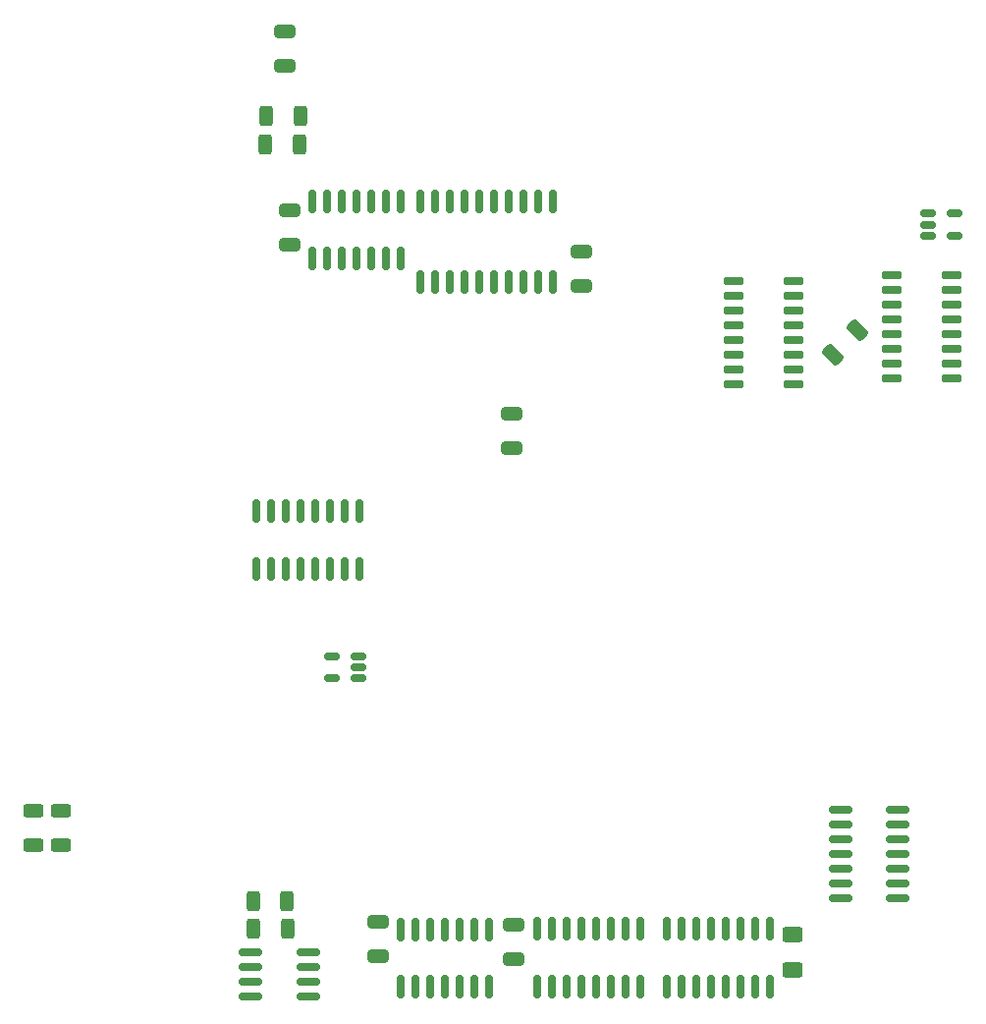
<source format=gbr>
%TF.GenerationSoftware,KiCad,Pcbnew,7.0.7-7.0.7~ubuntu20.04.1*%
%TF.CreationDate,2023-09-08T15:59:57+02:00*%
%TF.ProjectId,RAMROM_512k_board,52414d52-4f4d-45f3-9531-326b5f626f61,rev?*%
%TF.SameCoordinates,Original*%
%TF.FileFunction,Paste,Top*%
%TF.FilePolarity,Positive*%
%FSLAX46Y46*%
G04 Gerber Fmt 4.6, Leading zero omitted, Abs format (unit mm)*
G04 Created by KiCad (PCBNEW 7.0.7-7.0.7~ubuntu20.04.1) date 2023-09-08 15:59:57*
%MOMM*%
%LPD*%
G01*
G04 APERTURE LIST*
G04 Aperture macros list*
%AMRoundRect*
0 Rectangle with rounded corners*
0 $1 Rounding radius*
0 $2 $3 $4 $5 $6 $7 $8 $9 X,Y pos of 4 corners*
0 Add a 4 corners polygon primitive as box body*
4,1,4,$2,$3,$4,$5,$6,$7,$8,$9,$2,$3,0*
0 Add four circle primitives for the rounded corners*
1,1,$1+$1,$2,$3*
1,1,$1+$1,$4,$5*
1,1,$1+$1,$6,$7*
1,1,$1+$1,$8,$9*
0 Add four rect primitives between the rounded corners*
20,1,$1+$1,$2,$3,$4,$5,0*
20,1,$1+$1,$4,$5,$6,$7,0*
20,1,$1+$1,$6,$7,$8,$9,0*
20,1,$1+$1,$8,$9,$2,$3,0*%
G04 Aperture macros list end*
%ADD10RoundRect,0.150000X-0.150000X0.825000X-0.150000X-0.825000X0.150000X-0.825000X0.150000X0.825000X0*%
%ADD11RoundRect,0.150000X0.825000X0.150000X-0.825000X0.150000X-0.825000X-0.150000X0.825000X-0.150000X0*%
%ADD12RoundRect,0.250000X-0.650000X0.325000X-0.650000X-0.325000X0.650000X-0.325000X0.650000X0.325000X0*%
%ADD13RoundRect,0.250000X-0.625000X0.312500X-0.625000X-0.312500X0.625000X-0.312500X0.625000X0.312500X0*%
%ADD14RoundRect,0.250000X0.625000X-0.400000X0.625000X0.400000X-0.625000X0.400000X-0.625000X-0.400000X0*%
%ADD15RoundRect,0.150000X0.725000X0.150000X-0.725000X0.150000X-0.725000X-0.150000X0.725000X-0.150000X0*%
%ADD16RoundRect,0.150000X-0.512500X-0.150000X0.512500X-0.150000X0.512500X0.150000X-0.512500X0.150000X0*%
%ADD17RoundRect,0.150000X0.150000X-0.825000X0.150000X0.825000X-0.150000X0.825000X-0.150000X-0.825000X0*%
%ADD18RoundRect,0.150000X0.512500X0.150000X-0.512500X0.150000X-0.512500X-0.150000X0.512500X-0.150000X0*%
%ADD19RoundRect,0.250000X-0.229810X0.689429X-0.689429X0.229810X0.229810X-0.689429X0.689429X-0.229810X0*%
%ADD20RoundRect,0.250000X0.312500X0.625000X-0.312500X0.625000X-0.312500X-0.625000X0.312500X-0.625000X0*%
%ADD21RoundRect,0.150000X-0.825000X-0.150000X0.825000X-0.150000X0.825000X0.150000X-0.825000X0.150000X0*%
%ADD22RoundRect,0.150000X0.150000X-0.837500X0.150000X0.837500X-0.150000X0.837500X-0.150000X-0.837500X0*%
%ADD23RoundRect,0.250000X0.650000X-0.325000X0.650000X0.325000X-0.650000X0.325000X-0.650000X-0.325000X0*%
%ADD24RoundRect,0.150000X-0.725000X-0.150000X0.725000X-0.150000X0.725000X0.150000X-0.725000X0.150000X0*%
%ADD25RoundRect,0.250000X-0.312500X-0.625000X0.312500X-0.625000X0.312500X0.625000X-0.312500X0.625000X0*%
G04 APERTURE END LIST*
D10*
%TO.C,U13*%
X153301700Y-124932900D03*
X152031700Y-124932900D03*
X150761700Y-124932900D03*
X149491700Y-124932900D03*
X148221700Y-124932900D03*
X146951700Y-124932900D03*
X145681700Y-124932900D03*
X145681700Y-129882900D03*
X146951700Y-129882900D03*
X148221700Y-129882900D03*
X149491700Y-129882900D03*
X150761700Y-129882900D03*
X152031700Y-129882900D03*
X153301700Y-129882900D03*
%TD*%
D11*
%TO.C,U11*%
X137653800Y-130683000D03*
X137653800Y-129413000D03*
X137653800Y-128143000D03*
X137653800Y-126873000D03*
X132703800Y-126873000D03*
X132703800Y-128143000D03*
X132703800Y-129413000D03*
X132703800Y-130683000D03*
%TD*%
D12*
%TO.C,C10*%
X161213800Y-66544400D03*
X161213800Y-69494400D03*
%TD*%
D13*
%TO.C,R3*%
X113995200Y-114717100D03*
X113995200Y-117642100D03*
%TD*%
D14*
%TO.C,R2*%
X179451000Y-128449000D03*
X179451000Y-125349000D03*
%TD*%
D15*
%TO.C,U6*%
X179482841Y-78005471D03*
X179482841Y-76735471D03*
X179482841Y-75465471D03*
X179482841Y-74195471D03*
X179482841Y-72925471D03*
X179482841Y-71655471D03*
X179482841Y-70385471D03*
X179482841Y-69115471D03*
X174332841Y-69115471D03*
X174332841Y-70385471D03*
X174332841Y-71655471D03*
X174332841Y-72925471D03*
X174332841Y-74195471D03*
X174332841Y-75465471D03*
X174332841Y-76735471D03*
X174332841Y-78005471D03*
%TD*%
D10*
%TO.C,U16*%
X177450000Y-124900400D03*
X176180000Y-124900400D03*
X174910000Y-124900400D03*
X173640000Y-124900400D03*
X172370000Y-124900400D03*
X171100000Y-124900400D03*
X169830000Y-124900400D03*
X168560000Y-124900400D03*
X168560000Y-129850400D03*
X169830000Y-129850400D03*
X171100000Y-129850400D03*
X172370000Y-129850400D03*
X173640000Y-129850400D03*
X174910000Y-129850400D03*
X176180000Y-129850400D03*
X177450000Y-129850400D03*
%TD*%
D16*
%TO.C,U8*%
X191125741Y-63261200D03*
X191125741Y-64211200D03*
X191125741Y-65161200D03*
X193400741Y-65161200D03*
X193400741Y-63261200D03*
%TD*%
D17*
%TO.C,U21*%
X138049000Y-67168800D03*
X139319000Y-67168800D03*
X140589000Y-67168800D03*
X141859000Y-67168800D03*
X143129000Y-67168800D03*
X144399000Y-67168800D03*
X145669000Y-67168800D03*
X145669000Y-62218800D03*
X144399000Y-62218800D03*
X143129000Y-62218800D03*
X141859000Y-62218800D03*
X140589000Y-62218800D03*
X139319000Y-62218800D03*
X138049000Y-62218800D03*
%TD*%
D12*
%TO.C,C4*%
X155168600Y-80492600D03*
X155168600Y-83442600D03*
%TD*%
D18*
%TO.C,U12*%
X142005900Y-103312000D03*
X142005900Y-102362000D03*
X142005900Y-101412000D03*
X139730900Y-101412000D03*
X139730900Y-103312000D03*
%TD*%
D10*
%TO.C,U17*%
X166299400Y-124900400D03*
X165029400Y-124900400D03*
X163759400Y-124900400D03*
X162489400Y-124900400D03*
X161219400Y-124900400D03*
X159949400Y-124900400D03*
X158679400Y-124900400D03*
X157409400Y-124900400D03*
X157409400Y-129850400D03*
X158679400Y-129850400D03*
X159949400Y-129850400D03*
X161219400Y-129850400D03*
X162489400Y-129850400D03*
X163759400Y-129850400D03*
X165029400Y-129850400D03*
X166299400Y-129850400D03*
%TD*%
D19*
%TO.C,C5*%
X184973441Y-73329800D03*
X182887475Y-75415766D03*
%TD*%
D20*
%TO.C,R6*%
X135839200Y-122529600D03*
X132914200Y-122529600D03*
%TD*%
D13*
%TO.C,R4*%
X116382800Y-114717100D03*
X116382800Y-117642100D03*
%TD*%
D20*
%TO.C,R5*%
X135868600Y-124866400D03*
X132943600Y-124866400D03*
%TD*%
D21*
%TO.C,U2*%
X183540400Y-114604800D03*
X183540400Y-115874800D03*
X183540400Y-117144800D03*
X183540400Y-118414800D03*
X183540400Y-119684800D03*
X183540400Y-120954800D03*
X183540400Y-122224800D03*
X188490400Y-122224800D03*
X188490400Y-120954800D03*
X188490400Y-119684800D03*
X188490400Y-118414800D03*
X188490400Y-117144800D03*
X188490400Y-115874800D03*
X188490400Y-114604800D03*
%TD*%
D22*
%TO.C,U1*%
X147362000Y-69155000D03*
X148632000Y-69155000D03*
X149902000Y-69155000D03*
X151172000Y-69155000D03*
X152442000Y-69155000D03*
X153712000Y-69155000D03*
X154982000Y-69155000D03*
X156252000Y-69155000D03*
X157522000Y-69155000D03*
X158792000Y-69155000D03*
X158792000Y-62230000D03*
X157522000Y-62230000D03*
X156252000Y-62230000D03*
X154982000Y-62230000D03*
X153712000Y-62230000D03*
X152442000Y-62230000D03*
X151172000Y-62230000D03*
X149902000Y-62230000D03*
X148632000Y-62230000D03*
X147362000Y-62230000D03*
%TD*%
D23*
%TO.C,C7*%
X143713200Y-127205000D03*
X143713200Y-124255000D03*
%TD*%
D24*
%TO.C,U7*%
X187947241Y-68531271D03*
X187947241Y-69801271D03*
X187947241Y-71071271D03*
X187947241Y-72341271D03*
X187947241Y-73611271D03*
X187947241Y-74881271D03*
X187947241Y-76151271D03*
X187947241Y-77421271D03*
X193097241Y-77421271D03*
X193097241Y-76151271D03*
X193097241Y-74881271D03*
X193097241Y-73611271D03*
X193097241Y-72341271D03*
X193097241Y-71071271D03*
X193097241Y-69801271D03*
X193097241Y-68531271D03*
%TD*%
D23*
%TO.C,C1*%
X135636000Y-50497000D03*
X135636000Y-47547000D03*
%TD*%
D17*
%TO.C,U9*%
X133159500Y-93867362D03*
X134429500Y-93867362D03*
X135699500Y-93867362D03*
X136969500Y-93867362D03*
X138239500Y-93867362D03*
X139509500Y-93867362D03*
X140779500Y-93867362D03*
X142049500Y-93867362D03*
X142049500Y-88917362D03*
X140779500Y-88917362D03*
X139509500Y-88917362D03*
X138239500Y-88917362D03*
X136969500Y-88917362D03*
X135699500Y-88917362D03*
X134429500Y-88917362D03*
X133159500Y-88917362D03*
%TD*%
D23*
%TO.C,C3*%
X155339481Y-127470811D03*
X155339481Y-124520811D03*
%TD*%
D12*
%TO.C,C8*%
X136042400Y-63015600D03*
X136042400Y-65965600D03*
%TD*%
D25*
%TO.C,R7*%
X133985000Y-57277000D03*
X136910000Y-57277000D03*
%TD*%
%TO.C,R8*%
X134046500Y-54864000D03*
X136971500Y-54864000D03*
%TD*%
M02*

</source>
